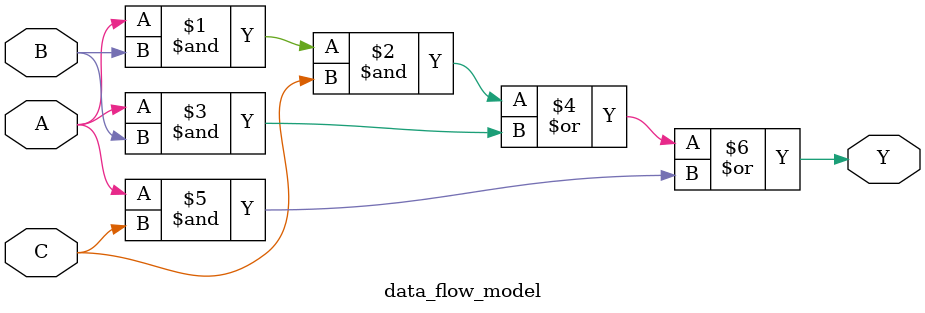
<source format=sv>


module data_flow_model (A,B,C,Y);
  input A,B,C;
  output Y;
  
  assign Y = (A&B&C)|(A&B)|(A&C);
endmodule
</source>
